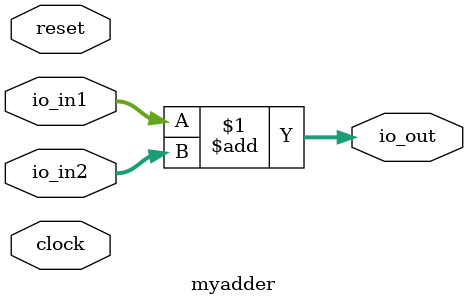
<source format=sv>
module myadder(
  input        clock,
               reset,
  input  [7:0] io_in1,
               io_in2,
  output [7:0] io_out
);

  assign io_out = io_in1 + io_in2;
endmodule


</source>
